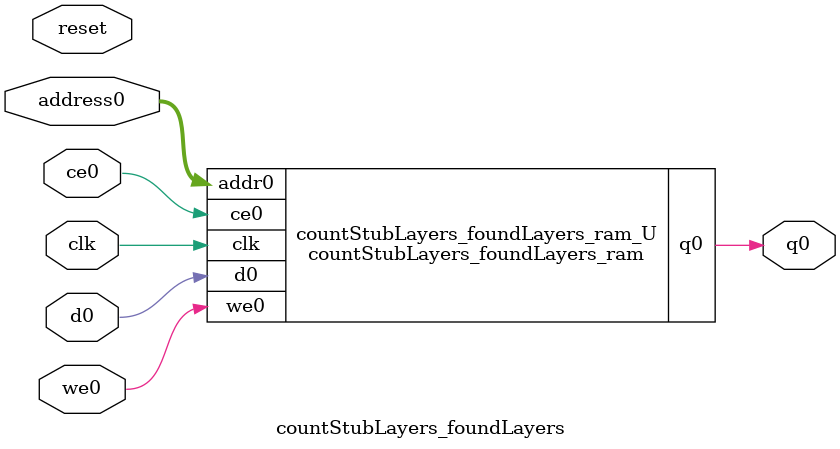
<source format=v>
`timescale 1 ns / 1 ps
module countStubLayers_foundLayers_ram (addr0, ce0, d0, we0, q0,  clk);

parameter DWIDTH = 1;
parameter AWIDTH = 5;
parameter MEM_SIZE = 30;

input[AWIDTH-1:0] addr0;
input ce0;
input[DWIDTH-1:0] d0;
input we0;
output reg[DWIDTH-1:0] q0;
input clk;

(* ram_style = "distributed" *)reg [DWIDTH-1:0] ram[0:MEM_SIZE-1];




always @(posedge clk)  
begin 
    if (ce0) 
    begin
        if (we0) 
        begin 
            ram[addr0] <= d0; 
        end 
        q0 <= ram[addr0];
    end
end


endmodule

`timescale 1 ns / 1 ps
module countStubLayers_foundLayers(
    reset,
    clk,
    address0,
    ce0,
    we0,
    d0,
    q0);

parameter DataWidth = 32'd1;
parameter AddressRange = 32'd30;
parameter AddressWidth = 32'd5;
input reset;
input clk;
input[AddressWidth - 1:0] address0;
input ce0;
input we0;
input[DataWidth - 1:0] d0;
output[DataWidth - 1:0] q0;



countStubLayers_foundLayers_ram countStubLayers_foundLayers_ram_U(
    .clk( clk ),
    .addr0( address0 ),
    .ce0( ce0 ),
    .we0( we0 ),
    .d0( d0 ),
    .q0( q0 ));

endmodule


</source>
